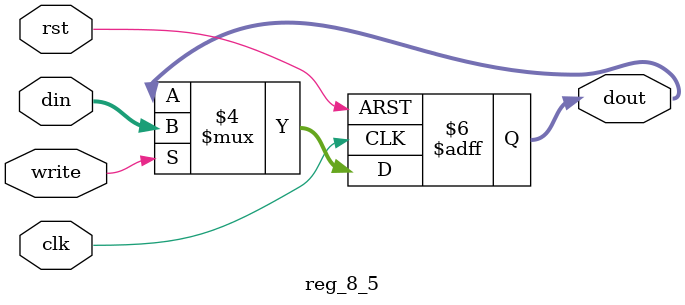
<source format=v>
module reg_8_5(clk,rst,write,din,dout);

output [7:0] dout;
input  clk,rst,write;
input  [7:0] din;

reg [7:0] dout;

always @ (posedge clk or negedge rst)
	begin
		if(!rst)
			dout  <= 8'h5a;
		else 
		  if(write)
					 dout<=din;
		  else 
					 dout<=dout;
	end

endmodule
</source>
